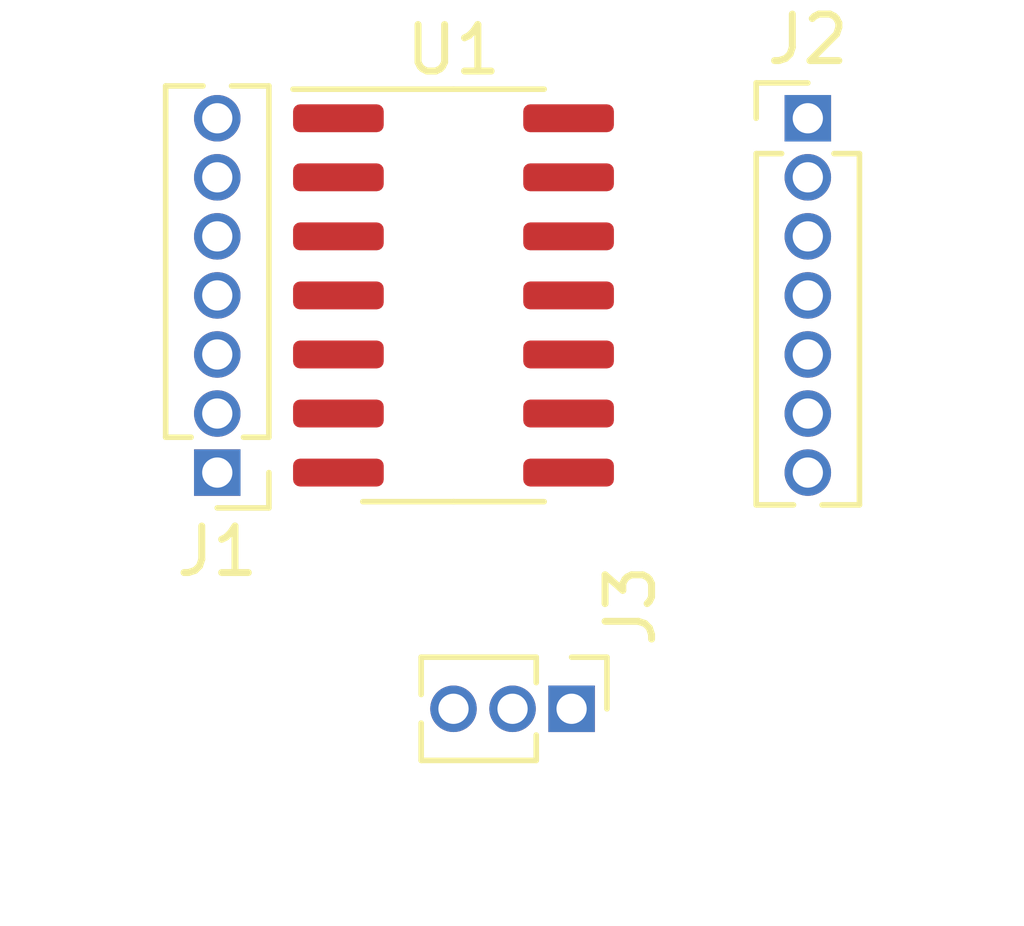
<source format=kicad_pcb>
(kicad_pcb (version 20221018) (generator pcbnew)
  (layers (0 "F.Cu" signal) (31 "B.Cu" signal) (34 "B.Paste" user) (35 "F.Paste" user) (36 "B.SilkS" user "B.Silkscreen") (37 "F.SilkS" user "F.Silkscreen") (38 "B.Mask" user) (39 "F.Mask" user) (44 "Edge.Cuts" user))
  (net 0 "")
  (net 1 "Net-(J1-Pin_1)")
  (net 2 "Net-(J1-Pin_2)")
  (net 3 "Net-(J1-Pin_3)")
  (net 4 "Net-(J1-Pin_4)")
  (net 5 "Net-(J1-Pin_5)")
  (net 6 "Net-(J1-Pin_6)")
  (net 7 "+5V")
  (net 8 "GND")
  (net 9 "Net-(J2-Pin_2)")
  (net 10 "Net-(J2-Pin_3)")
  (net 11 "Net-(J2-Pin_4)")
  (net 12 "Net-(J2-Pin_5)")
  (net 13 "Net-(J2-Pin_6)")
  (net 14 "Net-(J2-Pin_7)")
  (footprint "Connector_PinHeader_1.27mm:PinHeader_1x07_P1.27mm_Vertical" (layer "F.Cu") (at 66.04 35.56)
    (fp_text reference "J2" (at 0 -1.695) (layer "F.SilkS"))
    (fp_text value "Conn_01x07")
    (fp_line (start -1.11 -0.76) (end 0 -0.76) (stroke (width 0.12)) (layer "F.SilkS"))
    (fp_line (start -1.11 0) (end -1.11 -0.76) (stroke (width 0.12)) (layer "F.SilkS"))
    (fp_line (start -1.11 0.76) (end -1.11 8.315) (stroke (width 0.12)) (layer "F.SilkS"))
    (fp_line (start -1.11 0.76) (end -0.563471 0.76) (stroke (width 0.12)) (layer "F.SilkS"))
    (fp_line (start -1.11 8.315) (end -0.30753 8.315) (stroke (width 0.12)) (layer "F.SilkS"))
    (fp_line (start 0.30753 8.315) (end 1.11 8.315) (stroke (width 0.12)) (layer "F.SilkS"))
    (fp_line (start 0.563471 0.76) (end 1.11 0.76) (stroke (width 0.12)) (layer "F.SilkS"))
    (fp_line (start 1.11 0.76) (end 1.11 8.315) (stroke (width 0.12)) (layer "F.SilkS"))
    (pad "1" thru_hole rect (at 0 0) (size 1 1) (drill 0.65) (layers "*.Cu" "*.Mask") (net 8 "GND"))
    (pad "2" thru_hole oval (at 0 1.27) (size 1 1) (drill 0.65) (layers "*.Cu" "*.Mask") (net 9 "Net-(J2-Pin_2)"))
    (pad "3" thru_hole oval (at 0 2.54) (size 1 1) (drill 0.65) (layers "*.Cu" "*.Mask") (net 10 "Net-(J2-Pin_3)"))
    (pad "4" thru_hole oval (at 0 3.81) (size 1 1) (drill 0.65) (layers "*.Cu" "*.Mask") (net 11 "Net-(J2-Pin_4)"))
    (pad "5" thru_hole oval (at 0 5.08) (size 1 1) (drill 0.65) (layers "*.Cu" "*.Mask") (net 12 "Net-(J2-Pin_5)"))
    (pad "6" thru_hole oval (at 0 6.35) (size 1 1) (drill 0.65) (layers "*.Cu" "*.Mask") (net 13 "Net-(J2-Pin_6)"))
    (pad "7" thru_hole oval (at 0 7.62) (size 1 1) (drill 0.65) (layers "*.Cu" "*.Mask") (net 14 "Net-(J2-Pin_7)"))
  )
  (footprint "Package_SO:SOIC-14_3.9x8.7mm_P1.27mm" (layer "F.Cu") (at 58.42 39.37)
    (fp_text reference "U1" (at 0 -5.28) (layer "F.SilkS"))
    (fp_text value "ATtiny1614-SS")
    (fp_line (start 0 -4.435) (end -3.45 -4.435) (stroke (width 0.12)) (layer "F.SilkS"))
    (fp_line (start 0 -4.435) (end 1.95 -4.435) (stroke (width 0.12)) (layer "F.SilkS"))
    (fp_line (start 0 4.435) (end -1.95 4.435) (stroke (width 0.12)) (layer "F.SilkS"))
    (fp_line (start 0 4.435) (end 1.95 4.435) (stroke (width 0.12)) (layer "F.SilkS"))
    (pad "1" smd roundrect (at -2.475 -3.81) (size 1.95 0.6) (layers "F.Cu" "F.Paste" "F.Mask") (net 7 "+5V"))
    (pad "2" smd roundrect (at -2.475 -2.54) (size 1.95 0.6) (layers "F.Cu" "F.Paste" "F.Mask") (net 6 "Net-(J1-Pin_6)"))
    (pad "3" smd roundrect (at -2.475 -1.27) (size 1.95 0.6) (layers "F.Cu" "F.Paste" "F.Mask") (net 5 "Net-(J1-Pin_5)"))
    (pad "4" smd roundrect (at -2.475 0) (size 1.95 0.6) (layers "F.Cu" "F.Paste" "F.Mask") (net 4 "Net-(J1-Pin_4)"))
    (pad "5" smd roundrect (at -2.475 1.27) (size 1.95 0.6) (layers "F.Cu" "F.Paste" "F.Mask") (net 3 "Net-(J1-Pin_3)"))
    (pad "6" smd roundrect (at -2.475 2.54) (size 1.95 0.6) (layers "F.Cu" "F.Paste" "F.Mask") (net 2 "Net-(J1-Pin_2)"))
    (pad "7" smd roundrect (at -2.475 3.81) (size 1.95 0.6) (layers "F.Cu" "F.Paste" "F.Mask") (net 1 "Net-(J1-Pin_1)"))
    (pad "8" smd roundrect (at 2.475 3.81) (size 1.95 0.6) (layers "F.Cu" "F.Paste" "F.Mask") (net 14 "Net-(J2-Pin_7)"))
    (pad "9" smd roundrect (at 2.475 2.54) (size 1.95 0.6) (layers "F.Cu" "F.Paste" "F.Mask") (net 13 "Net-(J2-Pin_6)"))
    (pad "10" smd roundrect (at 2.475 1.27) (size 1.95 0.6) (layers "F.Cu" "F.Paste" "F.Mask") (net 12 "Net-(J2-Pin_5)"))
    (pad "11" smd roundrect (at 2.475 0) (size 1.95 0.6) (layers "F.Cu" "F.Paste" "F.Mask") (net 11 "Net-(J2-Pin_4)"))
    (pad "12" smd roundrect (at 2.475 -1.27) (size 1.95 0.6) (layers "F.Cu" "F.Paste" "F.Mask") (net 10 "Net-(J2-Pin_3)"))
    (pad "13" smd roundrect (at 2.475 -2.54) (size 1.95 0.6) (layers "F.Cu" "F.Paste" "F.Mask") (net 9 "Net-(J2-Pin_2)"))
    (pad "14" smd roundrect (at 2.475 -3.81) (size 1.95 0.6) (layers "F.Cu" "F.Paste" "F.Mask") (net 8 "GND"))
  )
  (footprint "Connector_PinHeader_1.27mm:PinHeader_1x03_P1.27mm_Vertical" (layer "F.Cu") (at 60.96 48.26 -90)
    (fp_text reference "J3" (at -2.215 -1.265 90) (layer "F.SilkS"))
    (fp_text value "Conn_01x03")
    (fp_line (start -1.11 -0.76) (end 0 -0.76) (stroke (width 0.12)) (layer "F.SilkS"))
    (fp_line (start -1.11 0) (end -1.11 -0.76) (stroke (width 0.12)) (layer "F.SilkS"))
    (fp_line (start -1.11 0.76) (end -1.11 3.235) (stroke (width 0.12)) (layer "F.SilkS"))
    (fp_line (start -1.11 0.76) (end -0.563471 0.76) (stroke (width 0.12)) (layer "F.SilkS"))
    (fp_line (start -1.11 3.235) (end -0.30753 3.235) (stroke (width 0.12)) (layer "F.SilkS"))
    (fp_line (start 0.30753 3.235) (end 1.11 3.235) (stroke (width 0.12)) (layer "F.SilkS"))
    (fp_line (start 0.563471 0.76) (end 1.11 0.76) (stroke (width 0.12)) (layer "F.SilkS"))
    (fp_line (start 1.11 0.76) (end 1.11 3.235) (stroke (width 0.12)) (layer "F.SilkS"))
    (pad "1" thru_hole rect (at 0 0 270) (size 1 1) (drill 0.65) (layers "*.Cu" "*.Mask") (net 7 "+5V"))
    (pad "2" thru_hole oval (at 0 1.27 270) (size 1 1) (drill 0.65) (layers "*.Cu" "*.Mask") (net 8 "GND"))
    (pad "3" thru_hole oval (at 0 2.54 270) (size 1 1) (drill 0.65) (layers "*.Cu" "*.Mask") (net 5 "Net-(J1-Pin_5)"))
  )
  (footprint "Connector_PinHeader_1.27mm:PinHeader_1x07_P1.27mm_Vertical" (layer "F.Cu") (at 53.34 43.18 180)
    (fp_text reference "J1" (at 0 -1.695) (layer "F.SilkS"))
    (fp_text value "Conn_01x07")
    (fp_line (start -1.11 -0.76) (end 0 -0.76) (stroke (width 0.12)) (layer "F.SilkS"))
    (fp_line (start -1.11 0) (end -1.11 -0.76) (stroke (width 0.12)) (layer "F.SilkS"))
    (fp_line (start -1.11 0.76) (end -1.11 8.315) (stroke (width 0.12)) (layer "F.SilkS"))
    (fp_line (start -1.11 0.76) (end -0.563471 0.76) (stroke (width 0.12)) (layer "F.SilkS"))
    (fp_line (start -1.11 8.315) (end -0.30753 8.315) (stroke (width 0.12)) (layer "F.SilkS"))
    (fp_line (start 0.30753 8.315) (end 1.11 8.315) (stroke (width 0.12)) (layer "F.SilkS"))
    (fp_line (start 0.563471 0.76) (end 1.11 0.76) (stroke (width 0.12)) (layer "F.SilkS"))
    (fp_line (start 1.11 0.76) (end 1.11 8.315) (stroke (width 0.12)) (layer "F.SilkS"))
    (pad "1" thru_hole rect (at 0 0 180) (size 1 1) (drill 0.65) (layers "*.Cu" "*.Mask") (net 1 "Net-(J1-Pin_1)"))
    (pad "2" thru_hole oval (at 0 1.27 180) (size 1 1) (drill 0.65) (layers "*.Cu" "*.Mask") (net 2 "Net-(J1-Pin_2)"))
    (pad "3" thru_hole oval (at 0 2.54 180) (size 1 1) (drill 0.65) (layers "*.Cu" "*.Mask") (net 3 "Net-(J1-Pin_3)"))
    (pad "4" thru_hole oval (at 0 3.81 180) (size 1 1) (drill 0.65) (layers "*.Cu" "*.Mask") (net 4 "Net-(J1-Pin_4)"))
    (pad "5" thru_hole oval (at 0 5.08 180) (size 1 1) (drill 0.65) (layers "*.Cu" "*.Mask") (net 5 "Net-(J1-Pin_5)"))
    (pad "6" thru_hole oval (at 0 6.35 180) (size 1 1) (drill 0.65) (layers "*.Cu" "*.Mask") (net 6 "Net-(J1-Pin_6)"))
    (pad "7" thru_hole oval (at 0 7.62 180) (size 1 1) (drill 0.65) (layers "*.Cu" "*.Mask") (net 7 "+5V"))
  )
)
</source>
